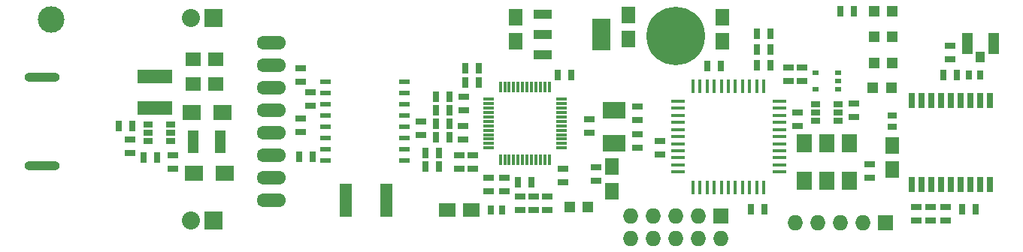
<source format=gts>
G04 #@! TF.FileFunction,Soldermask,Top*
%FSLAX46Y46*%
G04 Gerber Fmt 4.6, Leading zero omitted, Abs format (unit mm)*
G04 Created by KiCad (PCBNEW 0.201503271001+5542~22~ubuntu14.04.1-product) date Sun 29 Mar 2015 17:31:28 NZDT*
%MOMM*%
G01*
G04 APERTURE LIST*
%ADD10C,0.150000*%
%ADD11C,1.000000*%
%ADD12C,6.600000*%
%ADD13R,0.800000X1.800000*%
%ADD14R,0.700000X1.800000*%
%ADD15R,2.032000X2.032000*%
%ADD16O,2.032000X2.032000*%
%ADD17R,1.727200X1.727200*%
%ADD18O,1.727200X1.727200*%
%ADD19O,4.000000X1.000760*%
%ADD20R,0.635000X1.143000*%
%ADD21R,1.143000X0.635000*%
%ADD22R,1.300480X0.299720*%
%ADD23R,0.299720X1.300480*%
%ADD24R,2.537160X1.837160*%
%ADD25R,1.198880X1.198880*%
%ADD26R,0.635000X1.016000*%
%ADD27R,1.198880X0.599440*%
%ADD28R,1.501140X1.950720*%
%ADD29R,1.950720X1.501140*%
%ADD30R,1.397000X3.810000*%
%ADD31O,3.302000X1.524000*%
%ADD32R,0.762000X0.508000*%
%ADD33R,1.524000X0.406400*%
%ADD34R,0.406400X1.524000*%
%ADD35R,1.800000X2.000000*%
%ADD36R,1.190000X2.340000*%
%ADD37R,1.140000X1.190000*%
%ADD38R,1.270000X2.540000*%
%ADD39R,1.000760X0.701040*%
%ADD40R,2.032000X3.657600*%
%ADD41R,2.032000X1.016000*%
%ADD42R,1.016000X0.635000*%
%ADD43R,2.100580X1.699260*%
%ADD44R,4.000000X1.500000*%
%ADD45C,3.000000*%
%ADD46R,1.803400X1.600200*%
G04 APERTURE END LIST*
D10*
D11*
X121480000Y-54132000D03*
X117280000Y-54132000D03*
X117280000Y-51732000D03*
X121480000Y-51732000D03*
X119380000Y-55232000D03*
D12*
X119380000Y-52832000D03*
D11*
X119380000Y-50532000D03*
D13*
X150368000Y-60147000D03*
X151468000Y-60147000D03*
X152568000Y-60147000D03*
X153668000Y-60147000D03*
D14*
X154768000Y-60147000D03*
D13*
X149268000Y-60147000D03*
X148168000Y-60147000D03*
X147068000Y-60147000D03*
D14*
X145968000Y-60147000D03*
X145968000Y-69647000D03*
D13*
X147068000Y-69647000D03*
X148168000Y-69647000D03*
X149268000Y-69647000D03*
X150368000Y-69647000D03*
X151468000Y-69647000D03*
D14*
X152568000Y-69647000D03*
D13*
X153668000Y-69647000D03*
D14*
X154768000Y-69647000D03*
D15*
X67310000Y-73660000D03*
D16*
X64770000Y-73660000D03*
D15*
X67310000Y-50800000D03*
D16*
X64770000Y-50800000D03*
D17*
X124460000Y-73152000D03*
D18*
X124460000Y-75692000D03*
X121920000Y-73152000D03*
X121920000Y-75692000D03*
X119380000Y-73152000D03*
X119380000Y-75692000D03*
X116840000Y-73152000D03*
X116840000Y-75692000D03*
X114300000Y-73152000D03*
X114300000Y-75692000D03*
D17*
X143002000Y-73914000D03*
D18*
X140462000Y-73914000D03*
X137922000Y-73914000D03*
X135382000Y-73914000D03*
X132842000Y-73914000D03*
D19*
X48000000Y-67500000D03*
X48000000Y-57500000D03*
D20*
X107569000Y-57277000D03*
X106045000Y-57277000D03*
D21*
X117600000Y-66262000D03*
X117600000Y-64738000D03*
D20*
X122938000Y-56200000D03*
X124462000Y-56200000D03*
X129349500Y-72402700D03*
X127825500Y-72402700D03*
D22*
X98262440Y-61488320D03*
X98262440Y-61988700D03*
X98262440Y-62489080D03*
X98262440Y-62986920D03*
X98262440Y-63487300D03*
X98262440Y-59987180D03*
X98262440Y-60487560D03*
X98262440Y-60987940D03*
D23*
X99611180Y-66837560D03*
X100111560Y-66837560D03*
X100611940Y-66837560D03*
X101112320Y-66837560D03*
X101612700Y-66837560D03*
X102113080Y-66837560D03*
X102610920Y-66837560D03*
X103111300Y-66837560D03*
D22*
X106461560Y-65488820D03*
X106461560Y-64988440D03*
X106461560Y-64488060D03*
X106461560Y-63987680D03*
X106461560Y-63487300D03*
X106461560Y-62986920D03*
X106461560Y-62489080D03*
X106461560Y-61988700D03*
D23*
X105112820Y-58638440D03*
X104612440Y-58638440D03*
X104112060Y-58638440D03*
X103611680Y-58638440D03*
X103111300Y-58638440D03*
X102610920Y-58638440D03*
X102113080Y-58638440D03*
X101612700Y-58638440D03*
D22*
X98262440Y-63987680D03*
X98262440Y-64488060D03*
X98262440Y-64988440D03*
X98262440Y-65488820D03*
D23*
X103611680Y-66837560D03*
X104112060Y-66837560D03*
X104612440Y-66837560D03*
X105112820Y-66837560D03*
D22*
X106461560Y-61488320D03*
X106461560Y-60987940D03*
X106461560Y-60487560D03*
X106461560Y-59987180D03*
D23*
X101112320Y-58638440D03*
X100611940Y-58638440D03*
X100111560Y-58638440D03*
X99611180Y-58638440D03*
D24*
X112395000Y-64969000D03*
X112395000Y-61269000D03*
D21*
X110363000Y-69215000D03*
X110363000Y-67691000D03*
X115062000Y-60782200D03*
X115062000Y-62306200D03*
X115087400Y-65455800D03*
X115087400Y-63931800D03*
D25*
X109507020Y-72136000D03*
X107408980Y-72136000D03*
D21*
X104902000Y-70993000D03*
X104902000Y-72517000D03*
X106680000Y-67818000D03*
X106680000Y-69342000D03*
X109601000Y-62230000D03*
X109601000Y-63754000D03*
D26*
X98549460Y-72517000D03*
X99824540Y-72517000D03*
D27*
X88773000Y-66929000D03*
X88773000Y-65659000D03*
X88773000Y-64389000D03*
X88773000Y-63119000D03*
X88773000Y-61849000D03*
X88773000Y-60579000D03*
X88773000Y-59309000D03*
X88773000Y-58039000D03*
X79883000Y-58039000D03*
X79883000Y-59309000D03*
X79883000Y-60579000D03*
X79883000Y-61849000D03*
X79883000Y-63119000D03*
X79883000Y-64389000D03*
X79883000Y-65659000D03*
X79883000Y-66929000D03*
D28*
X112141000Y-67586860D03*
X112141000Y-70335140D03*
D21*
X101854000Y-72517000D03*
X101854000Y-70993000D03*
X103378000Y-72517000D03*
X103378000Y-70993000D03*
D29*
X96370140Y-72517000D03*
X93621860Y-72517000D03*
D20*
X101600000Y-69342000D03*
X103124000Y-69342000D03*
D21*
X100076000Y-70358000D03*
X100076000Y-68834000D03*
X98298000Y-70358000D03*
X98298000Y-68834000D03*
X95377000Y-64516000D03*
X95377000Y-62992000D03*
X95504000Y-59690000D03*
X95504000Y-61214000D03*
X96520000Y-67818000D03*
X96520000Y-66294000D03*
X94996000Y-66294000D03*
X94996000Y-67818000D03*
D30*
X82169000Y-71374000D03*
X86741000Y-71374000D03*
D20*
X93853000Y-62738000D03*
X92329000Y-62738000D03*
X93853000Y-61214000D03*
X92329000Y-61214000D03*
X92710000Y-66040000D03*
X91186000Y-66040000D03*
D21*
X90678000Y-64008000D03*
X90678000Y-62484000D03*
D31*
X73787000Y-71390000D03*
X73787000Y-68850000D03*
X73787000Y-66310000D03*
X73787000Y-63770000D03*
X73787000Y-61230000D03*
X73787000Y-58690000D03*
X73787000Y-56150000D03*
X73787000Y-53610000D03*
D21*
X77139800Y-62153800D03*
X77139800Y-63677800D03*
X77089000Y-58039000D03*
X77089000Y-56515000D03*
D20*
X78511400Y-66497200D03*
X76987400Y-66497200D03*
D21*
X78257400Y-59232800D03*
X78257400Y-60756800D03*
D20*
X92710000Y-67564000D03*
X91186000Y-67564000D03*
X95656400Y-56489600D03*
X97180400Y-56489600D03*
X92329000Y-64262000D03*
X93853000Y-64262000D03*
X93853000Y-59690000D03*
X92329000Y-59690000D03*
X95656400Y-58064400D03*
X97180400Y-58064400D03*
D32*
X137668000Y-58864500D03*
X137668000Y-56959500D03*
X135128000Y-58864500D03*
X137668000Y-57912000D03*
X135128000Y-56959500D03*
D28*
X124587000Y-53444140D03*
X124587000Y-50695860D03*
D25*
X143797020Y-52959000D03*
X141698980Y-52959000D03*
X143797020Y-55880000D03*
X141698980Y-55880000D03*
X143670020Y-58674000D03*
X141571980Y-58674000D03*
D20*
X128524000Y-52578000D03*
X130048000Y-52578000D03*
D21*
X133604000Y-56388000D03*
X133604000Y-57912000D03*
X132080000Y-56388000D03*
X132080000Y-57912000D03*
D20*
X128524000Y-54356000D03*
X130048000Y-54356000D03*
X128524000Y-56134000D03*
X130048000Y-56134000D03*
D33*
X131015000Y-64200000D03*
X131015000Y-63399900D03*
X131015000Y-62599800D03*
X131015000Y-61799700D03*
X131015000Y-60999600D03*
X131015000Y-60199500D03*
X131015000Y-65000100D03*
X131015000Y-65800200D03*
X131015000Y-66600300D03*
X131015000Y-67400400D03*
X131015000Y-68200500D03*
X119585000Y-64200000D03*
X119585000Y-63399900D03*
X119585000Y-62599800D03*
X119585000Y-61799700D03*
X119585000Y-60999600D03*
X119585000Y-60199500D03*
X119585000Y-65000100D03*
X119585000Y-65800200D03*
X119585000Y-66600300D03*
X119585000Y-67400400D03*
X119585000Y-68200500D03*
D34*
X125300000Y-58485000D03*
X125300000Y-69915000D03*
X124499900Y-58485000D03*
X124499900Y-69915000D03*
X123699800Y-69915000D03*
X123699800Y-58485000D03*
X122899700Y-58485000D03*
X122899700Y-69915000D03*
X122099600Y-69915000D03*
X122099600Y-58485000D03*
X121299500Y-58485000D03*
X121299500Y-69915000D03*
X126100100Y-69915000D03*
X126100100Y-58485000D03*
X126900200Y-58485000D03*
X126900200Y-69915000D03*
X127700300Y-69915000D03*
X127700300Y-58485000D03*
X128500400Y-58485000D03*
X128500400Y-69915000D03*
X129300500Y-69915000D03*
X129300500Y-58485000D03*
D21*
X141224000Y-67310000D03*
X141224000Y-68834000D03*
X133096000Y-62992000D03*
X133096000Y-61468000D03*
D35*
X138938000Y-64956000D03*
X136398000Y-64956000D03*
X133858000Y-64956000D03*
X133858000Y-69156000D03*
X136398000Y-69156000D03*
X138938000Y-69156000D03*
D36*
X152195000Y-53721000D03*
X155145000Y-53721000D03*
D37*
X153670000Y-55246000D03*
D20*
X153162000Y-72390000D03*
X151638000Y-72390000D03*
D38*
X64984000Y-64770000D03*
X68032000Y-64770000D03*
D21*
X150241000Y-55499000D03*
X150241000Y-53975000D03*
D39*
X62444000Y-62801500D03*
X62444000Y-63754000D03*
X62444000Y-64706500D03*
X59904000Y-64706500D03*
X59904000Y-63754000D03*
X59904000Y-62801500D03*
D26*
X152397460Y-57277000D03*
X153672540Y-57277000D03*
D21*
X146431000Y-73660000D03*
X146431000Y-72136000D03*
X148082000Y-73660000D03*
X148082000Y-72136000D03*
X149733000Y-73660000D03*
X149733000Y-72136000D03*
D20*
X149479000Y-57277000D03*
X151003000Y-57277000D03*
D21*
X57872000Y-64516000D03*
X57872000Y-66040000D03*
D20*
X59396000Y-66548000D03*
X60920000Y-66548000D03*
D40*
X110998000Y-52705000D03*
D41*
X104394000Y-52705000D03*
X104394000Y-54991000D03*
X104394000Y-50419000D03*
D42*
X143764000Y-61846460D03*
X143764000Y-63121540D03*
D20*
X56642000Y-62992000D03*
X58166000Y-62992000D03*
D21*
X62698000Y-66294000D03*
X62698000Y-67818000D03*
D28*
X143764000Y-67922140D03*
X143764000Y-65173860D03*
X101346000Y-50695860D03*
X101346000Y-53444140D03*
X114046000Y-50441860D03*
X114046000Y-53190140D03*
D25*
X143797020Y-50038000D03*
X141698980Y-50038000D03*
D20*
X137922000Y-50038000D03*
X139446000Y-50038000D03*
D43*
X65072260Y-68326000D03*
X68531740Y-68326000D03*
X64818260Y-61468000D03*
X68277740Y-61468000D03*
D39*
X135128000Y-62420500D03*
X135128000Y-61468000D03*
X135128000Y-60515500D03*
X137668000Y-60515500D03*
X137668000Y-61468000D03*
X137668000Y-62420500D03*
D44*
X60706000Y-60982000D03*
X60706000Y-57382000D03*
D45*
X49000000Y-51000000D03*
D46*
X65024000Y-55499000D03*
X65024000Y-58293000D03*
X67564000Y-55499000D03*
X67564000Y-58293000D03*
D21*
X139446000Y-61976000D03*
X139446000Y-60452000D03*
M02*

</source>
